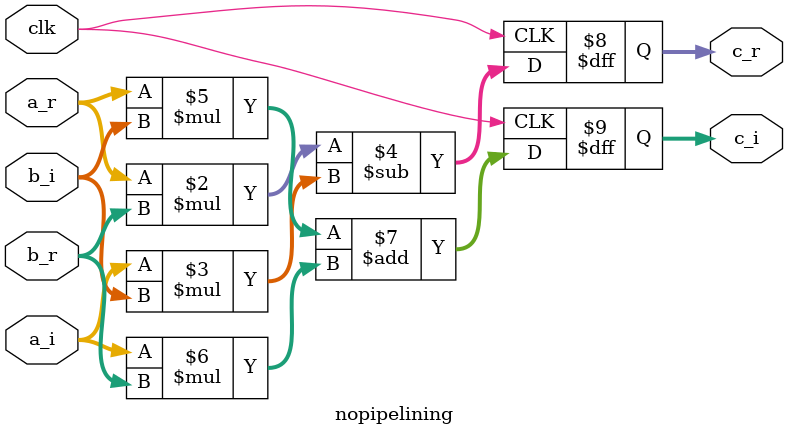
<source format=v>
module nopipelining  #(parameter N = 8) ( 
  input clk, 
  input wire signed [  N-1 : 0] a_r, 
  input wire signed [  N-1 : 0] a_i, 
  input wire signed [  N-1 : 0] b_r, 
  input wire signed [  N-1 : 0] b_i, 
  output reg signed [2*N-1 : 0] c_r, 
  output reg signed [2*N-1 : 0] c_i);
  
  always @(posedge clk)
    begin
      c_r <= a_r * b_r - a_i * b_i;
      c_i <= a_r * b_i + a_i * b_r;
    end
    
endmodule

</source>
